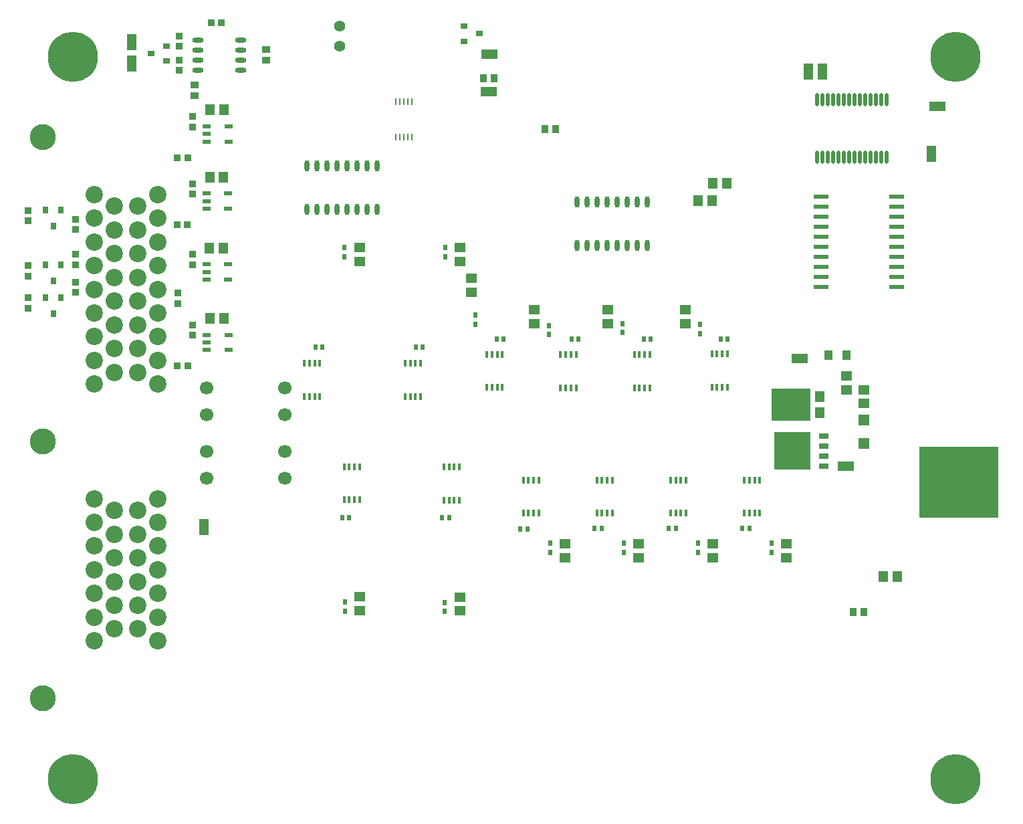
<source format=gbr>
%TF.GenerationSoftware,Altium Limited,Altium Designer,19.0.10 (269)*%
G04 Layer_Color=255*
%FSLAX26Y26*%
%MOIN*%
%TF.FileFunction,Pads,Bot*%
%TF.Part,Single*%
G01*
G75*
%TA.AperFunction,SMDPad,CuDef*%
%ADD12R,0.039370X0.035433*%
%ADD14R,0.045276X0.053150*%
%ADD20R,0.043307X0.051181*%
%ADD21R,0.035433X0.039370*%
%ADD26R,0.033465X0.037402*%
%ADD27R,0.037402X0.033465*%
%ADD29R,0.074803X0.023622*%
%ADD30R,0.053150X0.045276*%
%ADD31O,0.023622X0.057087*%
%ADD34O,0.057087X0.023622*%
%ADD42R,0.045276X0.080709*%
%TA.AperFunction,ComponentPad*%
%ADD43C,0.066929*%
%TA.AperFunction,SMDPad,CuDef*%
%ADD44R,0.080709X0.045276*%
%TA.AperFunction,ViaPad*%
%ADD45C,0.250000*%
%TA.AperFunction,ComponentPad*%
%ADD46C,0.129921*%
%ADD47C,0.086614*%
%ADD48C,0.055118*%
%ADD49C,0.011811*%
%TA.AperFunction,SMDPad,CuDef*%
%ADD50R,0.393701X0.354331*%
%ADD56R,0.035433X0.031496*%
%ADD57O,0.019685X0.064961*%
%ADD58R,0.181102X0.185039*%
%ADD59R,0.045276X0.027559*%
%ADD60R,0.051181X0.057087*%
%ADD61R,0.192913X0.163386*%
%ADD62R,0.057087X0.053150*%
%ADD63R,0.031496X0.035433*%
%ADD64R,0.016535X0.035000*%
%ADD65R,0.023622X0.025197*%
%ADD66R,0.039370X0.023622*%
%ADD67O,0.009842X0.033465*%
%ADD68R,0.023622X0.029528*%
D12*
X905500Y3759242D02*
D03*
Y3706093D02*
D03*
X1264000Y3936575D02*
D03*
Y3883425D02*
D03*
D14*
X3485449Y3183000D02*
D03*
X3416551D02*
D03*
X3488551Y3271000D02*
D03*
X3557449D02*
D03*
X4339551Y1311000D02*
D03*
X4408449D02*
D03*
X980551Y2948648D02*
D03*
X1049449D02*
D03*
X982417Y2596845D02*
D03*
X1051315D02*
D03*
X981284Y3301845D02*
D03*
X1050181D02*
D03*
X982417Y3636246D02*
D03*
X1051315D02*
D03*
D20*
X4156460Y2414694D02*
D03*
X4065909D02*
D03*
D21*
X2345410Y3794638D02*
D03*
X2398559D02*
D03*
X2704575Y3542000D02*
D03*
X2651425D02*
D03*
X4242575Y1134356D02*
D03*
X4189425D02*
D03*
D26*
X988409Y4068829D02*
D03*
X1039591D02*
D03*
X819276Y3064000D02*
D03*
X870457D02*
D03*
X820409Y2359000D02*
D03*
X871591D02*
D03*
X820409Y3398401D02*
D03*
X871591D02*
D03*
D27*
X75832Y2648409D02*
D03*
Y2699590D02*
D03*
X314000Y2864409D02*
D03*
Y2915590D02*
D03*
X313000Y2726409D02*
D03*
Y2777590D02*
D03*
X830500Y3885091D02*
D03*
Y3833910D02*
D03*
X894951Y2915590D02*
D03*
Y2864409D02*
D03*
X822000Y2722590D02*
D03*
Y2671409D02*
D03*
X830000Y3952410D02*
D03*
Y4003591D02*
D03*
X312000Y3039410D02*
D03*
Y3090591D02*
D03*
X76000Y2808410D02*
D03*
Y2859591D02*
D03*
Y3082819D02*
D03*
Y3134000D02*
D03*
X895683Y3268787D02*
D03*
Y3217606D02*
D03*
X896817Y2563787D02*
D03*
Y2512606D02*
D03*
Y3603189D02*
D03*
Y3552008D02*
D03*
D29*
X4030565Y2755000D02*
D03*
Y2805000D02*
D03*
Y2855000D02*
D03*
Y2905000D02*
D03*
Y2955000D02*
D03*
Y3005000D02*
D03*
Y3055000D02*
D03*
Y3105000D02*
D03*
Y3155000D02*
D03*
Y3205000D02*
D03*
X4404581Y2755000D02*
D03*
Y2805000D02*
D03*
Y2855000D02*
D03*
Y2905000D02*
D03*
Y2955000D02*
D03*
Y3005000D02*
D03*
Y3055000D02*
D03*
Y3105000D02*
D03*
Y3155000D02*
D03*
Y3205000D02*
D03*
D30*
X2598291Y2639449D02*
D03*
Y2570551D02*
D03*
X2287000Y2797449D02*
D03*
Y2728551D02*
D03*
X4242966Y2172281D02*
D03*
Y2241179D02*
D03*
X4156184Y2241281D02*
D03*
Y2310179D02*
D03*
X2753200Y1473449D02*
D03*
Y1404551D02*
D03*
X2965713Y2570445D02*
D03*
Y2639343D02*
D03*
X3855464Y1473449D02*
D03*
Y1404551D02*
D03*
X2230502Y2949449D02*
D03*
Y2880551D02*
D03*
X1729065Y2949449D02*
D03*
Y2880551D02*
D03*
X2227935Y1139551D02*
D03*
Y1208449D02*
D03*
X1730458Y1140851D02*
D03*
Y1209748D02*
D03*
X3352677Y2571657D02*
D03*
Y2640555D02*
D03*
X3488042Y1473449D02*
D03*
Y1404551D02*
D03*
X3120621Y1473449D02*
D03*
Y1404551D02*
D03*
D31*
X3161000Y2961716D02*
D03*
X3111000D02*
D03*
X3061000D02*
D03*
X3011000D02*
D03*
X2961000D02*
D03*
X2911000D02*
D03*
X2861000D02*
D03*
X2811000D02*
D03*
X3161000Y3176283D02*
D03*
X3111000D02*
D03*
X3061000D02*
D03*
X3011000D02*
D03*
X2961000D02*
D03*
X2911000D02*
D03*
X2861000D02*
D03*
X2811000D02*
D03*
X1815000Y3142069D02*
D03*
X1765000D02*
D03*
X1715000D02*
D03*
X1665000D02*
D03*
X1615000D02*
D03*
X1565000D02*
D03*
X1515000D02*
D03*
X1465000D02*
D03*
X1815000Y3356636D02*
D03*
X1765000D02*
D03*
X1715000D02*
D03*
X1665000D02*
D03*
X1615000D02*
D03*
X1565000D02*
D03*
X1515000D02*
D03*
X1465000D02*
D03*
D34*
X1136284Y3985000D02*
D03*
Y3935000D02*
D03*
Y3885000D02*
D03*
Y3835000D02*
D03*
X921717Y3985000D02*
D03*
Y3935000D02*
D03*
Y3885000D02*
D03*
Y3835000D02*
D03*
D42*
X592000Y3973500D02*
D03*
Y3868500D02*
D03*
X953102Y1557000D02*
D03*
X4034425Y3826000D02*
D03*
X3965425D02*
D03*
X4578000Y3416000D02*
D03*
D43*
X964724Y1933022D02*
D03*
X1355276D02*
D03*
X964724Y1799163D02*
D03*
X1355276D02*
D03*
X964449Y2250000D02*
D03*
X1355000D02*
D03*
X964449Y2116142D02*
D03*
X1355000D02*
D03*
D44*
X2376000Y3913000D02*
D03*
X3922000Y2396000D02*
D03*
X4153619Y1860730D02*
D03*
X4610000Y3653000D02*
D03*
X2371000Y3726000D02*
D03*
D45*
X4700000Y3900000D02*
D03*
Y300000D02*
D03*
X300000D02*
D03*
Y3900000D02*
D03*
D46*
X150000Y3500000D02*
D03*
Y1984252D02*
D03*
Y704724D02*
D03*
D47*
X720866Y990158D02*
D03*
Y1108268D02*
D03*
Y1226378D02*
D03*
Y1344488D02*
D03*
Y1462599D02*
D03*
Y1580709D02*
D03*
Y1698819D02*
D03*
X622441Y1049213D02*
D03*
Y1167323D02*
D03*
Y1285433D02*
D03*
Y1403543D02*
D03*
Y1521654D02*
D03*
Y1639764D02*
D03*
X504331Y1049213D02*
D03*
Y1167323D02*
D03*
Y1285433D02*
D03*
Y1403543D02*
D03*
Y1521654D02*
D03*
Y1639764D02*
D03*
X405906Y990158D02*
D03*
Y1108268D02*
D03*
Y1226378D02*
D03*
Y1344488D02*
D03*
Y1462599D02*
D03*
Y1580709D02*
D03*
Y1698819D02*
D03*
Y3214567D02*
D03*
Y3096457D02*
D03*
Y2978347D02*
D03*
Y2860236D02*
D03*
Y2742126D02*
D03*
Y2624016D02*
D03*
Y2505905D02*
D03*
Y2387795D02*
D03*
Y2269685D02*
D03*
X504331Y3155512D02*
D03*
Y3037402D02*
D03*
Y2919291D02*
D03*
Y2801181D02*
D03*
Y2683071D02*
D03*
Y2564961D02*
D03*
Y2446850D02*
D03*
Y2328740D02*
D03*
X622441Y3155512D02*
D03*
Y3037402D02*
D03*
Y2919291D02*
D03*
Y2801181D02*
D03*
Y2683071D02*
D03*
Y2564961D02*
D03*
Y2446850D02*
D03*
Y2328740D02*
D03*
X720866Y3214567D02*
D03*
Y3096457D02*
D03*
Y2978347D02*
D03*
Y2860236D02*
D03*
Y2742126D02*
D03*
Y2624016D02*
D03*
Y2505905D02*
D03*
Y2387795D02*
D03*
Y2269685D02*
D03*
D48*
X1628000Y3953449D02*
D03*
Y4053449D02*
D03*
D49*
X4740512Y1780000D02*
D03*
Y1827244D02*
D03*
Y1874488D02*
D03*
Y1921732D02*
D03*
Y1732756D02*
D03*
Y1685512D02*
D03*
Y1638268D02*
D03*
X4787756D02*
D03*
Y1685512D02*
D03*
Y1732756D02*
D03*
Y1921732D02*
D03*
Y1874488D02*
D03*
Y1827244D02*
D03*
Y1780000D02*
D03*
X4835000Y1638268D02*
D03*
Y1685512D02*
D03*
Y1732756D02*
D03*
Y1921732D02*
D03*
Y1874488D02*
D03*
Y1827244D02*
D03*
Y1780000D02*
D03*
X4882244Y1638268D02*
D03*
Y1685512D02*
D03*
Y1732756D02*
D03*
Y1921732D02*
D03*
Y1874488D02*
D03*
Y1827244D02*
D03*
Y1780000D02*
D03*
X4693268Y1638268D02*
D03*
Y1685512D02*
D03*
Y1732756D02*
D03*
Y1921732D02*
D03*
Y1874488D02*
D03*
Y1827244D02*
D03*
Y1780000D02*
D03*
X4646024Y1638268D02*
D03*
Y1685512D02*
D03*
Y1732756D02*
D03*
Y1921732D02*
D03*
Y1874488D02*
D03*
Y1827244D02*
D03*
Y1780000D02*
D03*
X4598780Y1638268D02*
D03*
Y1685512D02*
D03*
Y1732756D02*
D03*
Y1921732D02*
D03*
Y1874488D02*
D03*
Y1827244D02*
D03*
Y1780000D02*
D03*
X4551535Y1638268D02*
D03*
Y1685512D02*
D03*
Y1732756D02*
D03*
Y1921732D02*
D03*
Y1874488D02*
D03*
Y1827244D02*
D03*
Y1780000D02*
D03*
D50*
X4716890D02*
D03*
D56*
X687630Y3917000D02*
D03*
X766370Y3879599D02*
D03*
Y3954402D02*
D03*
X2326370Y4016000D02*
D03*
X2247630Y4053401D02*
D03*
Y3978598D02*
D03*
D57*
X4010433Y3686717D02*
D03*
X4037047D02*
D03*
X4063661D02*
D03*
X4090276D02*
D03*
X4116890D02*
D03*
X4143504D02*
D03*
X4170118D02*
D03*
X4196732D02*
D03*
X4223346D02*
D03*
X4249961D02*
D03*
X4276575D02*
D03*
X4303189D02*
D03*
X4329803D02*
D03*
X4356417D02*
D03*
X4010433Y3401284D02*
D03*
X4037047D02*
D03*
X4063661D02*
D03*
X4090276D02*
D03*
X4116890D02*
D03*
X4143504D02*
D03*
X4170118D02*
D03*
X4196732D02*
D03*
X4223346D02*
D03*
X4249961D02*
D03*
X4276575D02*
D03*
X4303189D02*
D03*
X4329803D02*
D03*
X4356417D02*
D03*
D58*
X3886104Y1935730D02*
D03*
D59*
X4043584Y1860730D02*
D03*
Y1910730D02*
D03*
Y1960730D02*
D03*
Y2010730D02*
D03*
D60*
X4024000Y2207000D02*
D03*
Y2127000D02*
D03*
D61*
X3878055Y2167000D02*
D03*
D62*
X4243184Y1975264D02*
D03*
Y2091405D02*
D03*
D63*
X201168Y2785000D02*
D03*
X238569Y2863740D02*
D03*
X163766D02*
D03*
X201000Y2621447D02*
D03*
X238401Y2700187D02*
D03*
X163598D02*
D03*
X163766Y3135780D02*
D03*
X238569D02*
D03*
X201168Y3057039D02*
D03*
D64*
X2620877Y1626106D02*
D03*
X2595286D02*
D03*
X2569696D02*
D03*
X2544105D02*
D03*
X2620877Y1791894D02*
D03*
X2595286D02*
D03*
X2569696D02*
D03*
X2544105D02*
D03*
X2988298Y1626106D02*
D03*
X2962707D02*
D03*
X2937117D02*
D03*
X2911526D02*
D03*
X2988298Y1791894D02*
D03*
X2962707D02*
D03*
X2937117D02*
D03*
X2911526D02*
D03*
X3355719Y1626106D02*
D03*
X3330129D02*
D03*
X3304538D02*
D03*
X3278948D02*
D03*
X3355719Y1791894D02*
D03*
X3330129D02*
D03*
X3304538D02*
D03*
X3278948D02*
D03*
X3723141Y1626106D02*
D03*
X3697550D02*
D03*
X3671960D02*
D03*
X3646369D02*
D03*
X3723141Y1791894D02*
D03*
X3697550D02*
D03*
X3671960D02*
D03*
X3646369D02*
D03*
X1530591Y2207106D02*
D03*
X1505000D02*
D03*
X1479409D02*
D03*
X1453819D02*
D03*
X1530591Y2372894D02*
D03*
X1505000D02*
D03*
X1479409D02*
D03*
X1453819D02*
D03*
X3485000Y2419000D02*
D03*
X3510591D02*
D03*
X3536181D02*
D03*
X3561772D02*
D03*
X3485000Y2253213D02*
D03*
X3510591D02*
D03*
X3536181D02*
D03*
X3561772D02*
D03*
X3098035Y2417787D02*
D03*
X3123626D02*
D03*
X3149217D02*
D03*
X3174807D02*
D03*
X3098035Y2252000D02*
D03*
X3123626D02*
D03*
X3149217D02*
D03*
X3174807D02*
D03*
X2730614Y2417894D02*
D03*
X2756205D02*
D03*
X2781795D02*
D03*
X2807386D02*
D03*
X2730614Y2252106D02*
D03*
X2756205D02*
D03*
X2781795D02*
D03*
X2807386D02*
D03*
X2363193Y2418364D02*
D03*
X2388784D02*
D03*
X2414374D02*
D03*
X2439965D02*
D03*
X2363193Y2252577D02*
D03*
X2388784D02*
D03*
X2414374D02*
D03*
X2439965D02*
D03*
X2032028Y2207106D02*
D03*
X2006437D02*
D03*
X1980847D02*
D03*
X1955256D02*
D03*
X2032028Y2372894D02*
D03*
X2006437D02*
D03*
X1980847D02*
D03*
X1955256D02*
D03*
X1727909Y1692406D02*
D03*
X1702319D02*
D03*
X1676728D02*
D03*
X1651138D02*
D03*
X1727909Y1858193D02*
D03*
X1702319D02*
D03*
X1676728D02*
D03*
X1651138D02*
D03*
X2225386Y1691106D02*
D03*
X2199795D02*
D03*
X2174205D02*
D03*
X2148614D02*
D03*
X2225386Y1856894D02*
D03*
X2199795D02*
D03*
X2174205D02*
D03*
X2148614D02*
D03*
D65*
X1676846Y1605299D02*
D03*
X1642201D02*
D03*
X2174323Y1604000D02*
D03*
X2139677D02*
D03*
X2529677Y1546000D02*
D03*
X2564323D02*
D03*
X2900677Y1550000D02*
D03*
X2935323D02*
D03*
X3270677Y1551352D02*
D03*
X3305323D02*
D03*
X3636677D02*
D03*
X3671323D02*
D03*
X1507677Y2455000D02*
D03*
X1542323D02*
D03*
X2447323Y2493118D02*
D03*
X2412677D02*
D03*
X3563323Y2493754D02*
D03*
X3528677D02*
D03*
X3180323Y2492541D02*
D03*
X3145677D02*
D03*
X2819323Y2492648D02*
D03*
X2784677D02*
D03*
X2009114Y2455000D02*
D03*
X2043760D02*
D03*
D66*
X965000Y2791000D02*
D03*
Y2828402D02*
D03*
Y2865803D02*
D03*
X1073268D02*
D03*
Y2791000D02*
D03*
X966866Y2439197D02*
D03*
Y2476599D02*
D03*
Y2514000D02*
D03*
X1075134D02*
D03*
Y2439197D02*
D03*
X965732Y3144197D02*
D03*
Y3181599D02*
D03*
Y3219000D02*
D03*
X1074000D02*
D03*
Y3144197D02*
D03*
X966866Y3478598D02*
D03*
Y3516000D02*
D03*
Y3553401D02*
D03*
X1075134D02*
D03*
Y3478598D02*
D03*
D67*
X1987370Y3501401D02*
D03*
X1967685D02*
D03*
X1948000D02*
D03*
X1928315D02*
D03*
X1908630D02*
D03*
X1987370Y3676598D02*
D03*
X1967685D02*
D03*
X1948000D02*
D03*
X1928315D02*
D03*
X1908630D02*
D03*
D68*
X2679814Y1431362D02*
D03*
Y1476638D02*
D03*
X2671000Y2516385D02*
D03*
Y2561661D02*
D03*
X3037730Y2526362D02*
D03*
Y2571638D02*
D03*
X3782078Y1431362D02*
D03*
Y1476638D02*
D03*
X2155148Y2905000D02*
D03*
Y2950276D02*
D03*
X1653711Y2905000D02*
D03*
Y2950276D02*
D03*
X2152000Y1181638D02*
D03*
Y1136362D02*
D03*
X1654523Y1182937D02*
D03*
Y1137661D02*
D03*
X3424695Y2521067D02*
D03*
Y2566343D02*
D03*
X2304256Y2567832D02*
D03*
Y2613108D02*
D03*
X3414657Y1431362D02*
D03*
Y1476638D02*
D03*
X3047235Y1431362D02*
D03*
Y1476638D02*
D03*
%TF.MD5,fc36a76def7ebd2957103a947955cfc9*%
M02*

</source>
